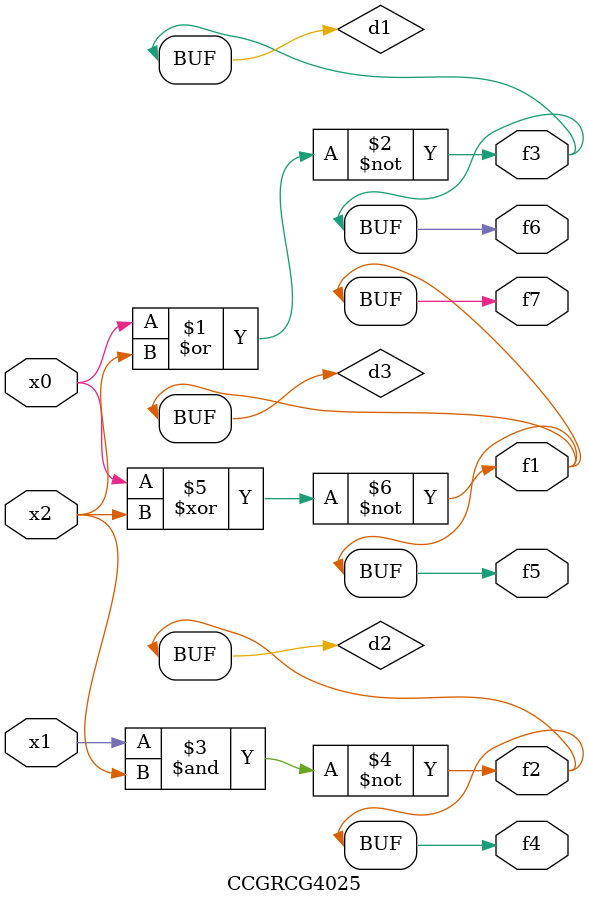
<source format=v>
module CCGRCG4025(
	input x0, x1, x2,
	output f1, f2, f3, f4, f5, f6, f7
);

	wire d1, d2, d3;

	nor (d1, x0, x2);
	nand (d2, x1, x2);
	xnor (d3, x0, x2);
	assign f1 = d3;
	assign f2 = d2;
	assign f3 = d1;
	assign f4 = d2;
	assign f5 = d3;
	assign f6 = d1;
	assign f7 = d3;
endmodule

</source>
